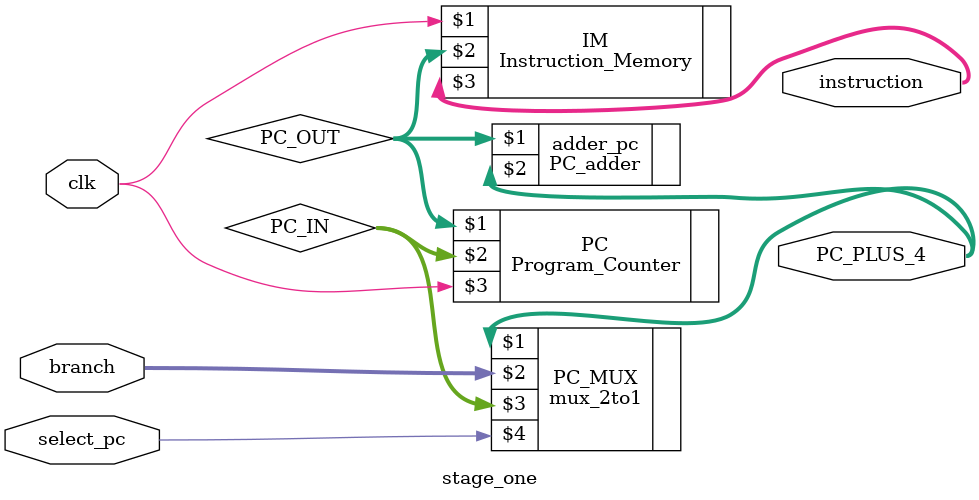
<source format=v>
`timescale 1ns / 1ps


module stage_one(
    input clk,
    input [31:0] branch,
    input select_pc,
    output [31:0]instruction,
    output [31:0] PC_PLUS_4
    );
    wire [31:0]PC_OUT;
    wire [31:0]PC_IN;
    Program_Counter PC(PC_OUT, PC_IN,clk);
    PC_adder adder_pc(PC_OUT, PC_PLUS_4);
    mux_2to1 PC_MUX(PC_PLUS_4, branch, PC_IN, select_pc);
    Instruction_Memory IM(clk, PC_OUT, instruction);
endmodule

</source>
